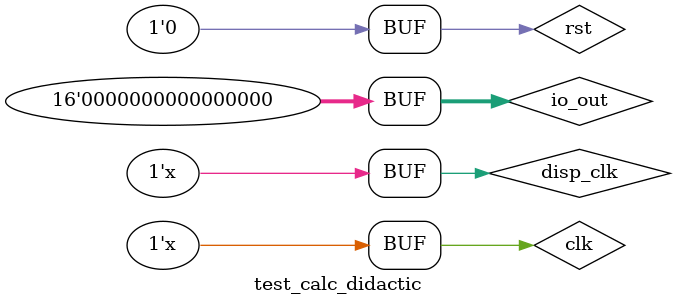
<source format=v>
`timescale 1ns / 1ps
module test_calc_didactic;

	// Inputs
	reg clk;
	reg rst;
	reg [15:0] io_out;
	reg disp_clk;
	reg [11:0] disp_addr;
	reg [11:0] disp_reg_addr;

	// Outputs
	wire io_oe;
	wire io_we;
	wire [7:0] io_port;
	wire [15:0] io_in;
	wire [15:0] disp_data;
	wire [15:0] disp_reg_data;
	wire [15:0] disp_state;
	wire [15:0] disp_cp;
	wire [15:0] disp_ind;
	wire [15:0] disp_am;
	wire [15:0] disp_aie;
	wire [15:0] disp_t1;
	wire [15:0] disp_t2;
	wire [15:0] disp_ri;
	wire [15:0] disp_mag;

	// Instantiate the Unit Under Test (UUT)
	calc_didactic uut (
		.clk(clk), 
		.rst(rst), 
		.io_oe(io_oe), 
		.io_we(io_we), 
		.io_port(io_port), 
		.io_in(io_in), 
		.io_out(io_out), 
		.disp_clk(disp_clk), 
		.disp_addr(disp_addr), 
		.disp_data(disp_data), 
		.disp_reg_addr(disp_reg_addr), 
		.disp_reg_data(disp_reg_data), 
		.disp_state(disp_state), 
		.disp_cp(disp_cp), 
		.disp_ind(disp_ind), 
		.disp_am(disp_am), 
		.disp_aie(disp_aie), 
		.disp_t1(disp_t1), 
		.disp_t2(disp_t2), 
		.disp_ri(disp_ri), 
		.disp_mag(disp_mag)
	);

	initial begin
		// Initialize Inputs
		clk = 0;
		rst = 0;
		io_out = 0;
		disp_clk = 0;
		disp_addr = 0;
		disp_reg_addr = 0;

		// Wait 100 ns for global reset to finish
		#100;
        
		// Add stimulus here
		rst = 1;
		#30;
		rst = 0;
	end
	
	always #10 clk = !clk;
	always #10 disp_clk = !disp_clk;

	always @(posedge disp_clk)
	begin
		disp_addr = disp_addr + 1;
		disp_reg_addr = disp_reg_addr + 1;
	end
endmodule


</source>
